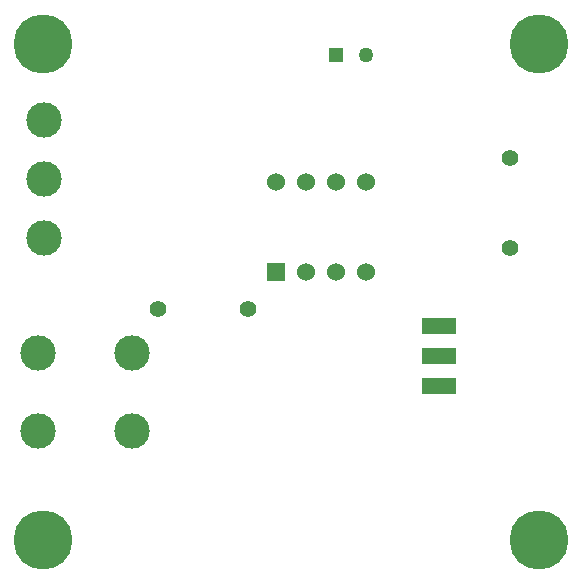
<source format=gbs>
G04 (created by PCBNEW (2014-01-10 BZR 4027)-stable) date Saturday, May 10, 2014 'pmt' 10:24:49 pm*
%MOIN*%
G04 Gerber Fmt 3.4, Leading zero omitted, Abs format*
%FSLAX34Y34*%
G01*
G70*
G90*
G04 APERTURE LIST*
%ADD10C,0.00590551*%
%ADD11R,0.06X0.06*%
%ADD12C,0.06*%
%ADD13C,0.055*%
%ADD14R,0.11811X0.0551181*%
%ADD15C,0.11811*%
%ADD16C,0.19685*%
%ADD17R,0.05X0.05*%
%ADD18C,0.05*%
G04 APERTURE END LIST*
G54D10*
G54D11*
X72318Y-52484D03*
G54D12*
X73318Y-52484D03*
X74318Y-52484D03*
X75318Y-52484D03*
X75318Y-49484D03*
X74318Y-49484D03*
X73318Y-49484D03*
X72318Y-49484D03*
G54D13*
X80118Y-48696D03*
X80118Y-51696D03*
X68381Y-53740D03*
X71381Y-53740D03*
G54D14*
X77755Y-54314D03*
X77755Y-55314D03*
X77755Y-56314D03*
G54D15*
X67519Y-55196D03*
X64370Y-57795D03*
X67519Y-57795D03*
X64370Y-55196D03*
X64586Y-49409D03*
X64586Y-47440D03*
X64586Y-51377D03*
G54D16*
X81102Y-44881D03*
X64566Y-44881D03*
X64566Y-61417D03*
X81102Y-61417D03*
G54D17*
X74303Y-45275D03*
G54D18*
X75303Y-45275D03*
M02*

</source>
